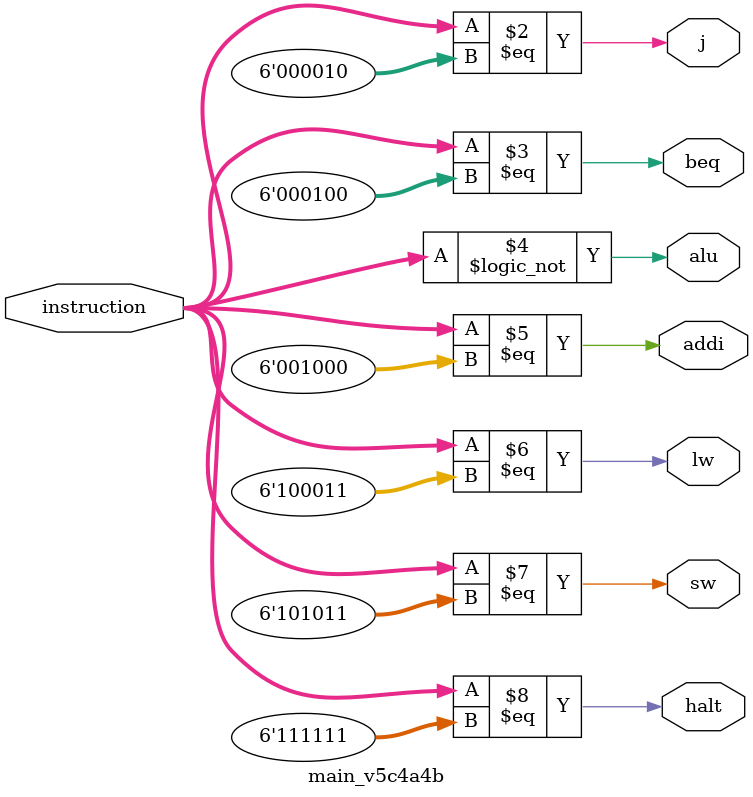
<source format=v>

`default_nettype none

module main (
 input [5:0] vfde78d,
 output v8e4ccb,
 output v50149b,
 output vab3e87,
 output vcd3776,
 output v6959e9,
 output v4f3153,
 output vafd80b,
 output [0:7] vinit
);
 wire w0;
 wire w1;
 wire w2;
 wire w3;
 wire w4;
 wire w5;
 wire w6;
 wire [0:5] w7;
 assign v8e4ccb = w0;
 assign v50149b = w1;
 assign vab3e87 = w2;
 assign vcd3776 = w3;
 assign v6959e9 = w4;
 assign v4f3153 = w5;
 assign vafd80b = w6;
 assign w7 = vfde78d;
 main_v5c4a4b v5c4a4b (
  .j(w0),
  .halt(w1),
  .lw(w2),
  .sw(w3),
  .alu(w4),
  .addi(w5),
  .beq(w6),
  .instruction(w7)
 );
 assign vinit = 8'b00000000;
endmodule

/*-------------------------------------------------*/
/*--   */
/*-- - - - - - - - - - - - - - - - - - - - - - - --*/
/*-- 
/*-------------------------------------------------*/

module main_v5c4a4b (
 input [5:0] instruction,
 output j,
 output halt,
 output lw,
 output sw,
 output alu,
 output addi,
 output beq
);
 wire [5:0] instruction;
 
 reg j;
 reg halt;
 reg lw;
 reg sw;
 reg alu;
 reg addi;
 reg beq;
 
 initial begin
     j       <= 0;
     halt    <= 0;
     lw      <= 0;
     sw      <= 0;
     alu     <= 0;
     addi    <= 0;
     beq     <= 0;
 end
 
 always @(*) begin
     j       <= instruction == 2;
     beq     <= instruction == 4;
     alu     <= instruction == 0;
     addi    <= instruction == 8;
     lw      <= instruction == 35;
     sw      <= instruction == 43;
     halt    <= instruction == 63;
 end
endmodule

</source>
